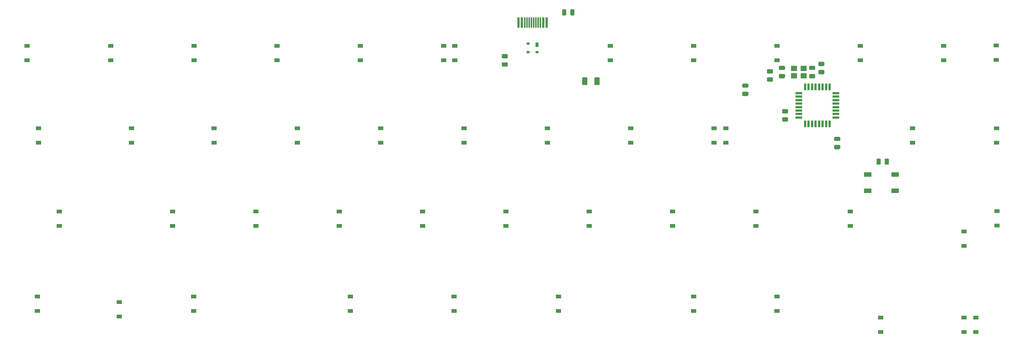
<source format=gbp>
G04 #@! TF.GenerationSoftware,KiCad,Pcbnew,5.1.7-a382d34a8~87~ubuntu20.04.1*
G04 #@! TF.CreationDate,2020-10-08T17:39:55-07:00*
G04 #@! TF.ProjectId,Program Yoink,50726f67-7261-46d2-9059-6f696e6b2e6b,rev?*
G04 #@! TF.SameCoordinates,Original*
G04 #@! TF.FileFunction,Paste,Bot*
G04 #@! TF.FilePolarity,Positive*
%FSLAX46Y46*%
G04 Gerber Fmt 4.6, Leading zero omitted, Abs format (unit mm)*
G04 Created by KiCad (PCBNEW 5.1.7-a382d34a8~87~ubuntu20.04.1) date 2020-10-08 17:39:55*
%MOMM*%
%LPD*%
G01*
G04 APERTURE LIST*
%ADD10R,0.600000X2.450000*%
%ADD11R,0.300000X2.450000*%
%ADD12R,0.700000X1.000000*%
%ADD13R,0.700000X0.600000*%
%ADD14R,1.400000X1.200000*%
%ADD15R,1.800000X1.100000*%
%ADD16R,1.600000X0.550000*%
%ADD17R,0.550000X1.600000*%
%ADD18R,1.200000X0.900000*%
G04 APERTURE END LIST*
G36*
G01*
X76433500Y224738250D02*
X76433500Y223825750D01*
G75*
G02*
X76189750Y223582000I-243750J0D01*
G01*
X75702250Y223582000D01*
G75*
G02*
X75458500Y223825750I0J243750D01*
G01*
X75458500Y224738250D01*
G75*
G02*
X75702250Y224982000I243750J0D01*
G01*
X76189750Y224982000D01*
G75*
G02*
X76433500Y224738250I0J-243750D01*
G01*
G37*
G36*
G01*
X78308500Y224738250D02*
X78308500Y223825750D01*
G75*
G02*
X78064750Y223582000I-243750J0D01*
G01*
X77577250Y223582000D01*
G75*
G02*
X77333500Y223825750I0J243750D01*
G01*
X77333500Y224738250D01*
G75*
G02*
X77577250Y224982000I243750J0D01*
G01*
X78064750Y224982000D01*
G75*
G02*
X78308500Y224738250I0J-243750D01*
G01*
G37*
D10*
X50000Y256123750D03*
X-6400000Y256123750D03*
X-725000Y256123750D03*
X-5625000Y256123750D03*
D11*
X-4925000Y256123750D03*
X-1425000Y256123750D03*
X-4425000Y256123750D03*
X-1925000Y256123750D03*
X-3925000Y256123750D03*
X-2425000Y256123750D03*
X-2925000Y256123750D03*
X-3425000Y256123750D03*
D12*
X-2159000Y251079000D03*
D13*
X-4159000Y251279000D03*
X-2159000Y249379000D03*
X-4159000Y249379000D03*
G36*
G01*
X4551500Y258901250D02*
X4551500Y257988750D01*
G75*
G02*
X4307750Y257745000I-243750J0D01*
G01*
X3820250Y257745000D01*
G75*
G02*
X3576500Y257988750I0J243750D01*
G01*
X3576500Y258901250D01*
G75*
G02*
X3820250Y259145000I243750J0D01*
G01*
X4307750Y259145000D01*
G75*
G02*
X4551500Y258901250I0J-243750D01*
G01*
G37*
G36*
G01*
X6426500Y258901250D02*
X6426500Y257988750D01*
G75*
G02*
X6182750Y257745000I-243750J0D01*
G01*
X5695250Y257745000D01*
G75*
G02*
X5451500Y257988750I0J243750D01*
G01*
X5451500Y258901250D01*
G75*
G02*
X5695250Y259145000I243750J0D01*
G01*
X6182750Y259145000D01*
G75*
G02*
X6426500Y258901250I0J-243750D01*
G01*
G37*
G36*
G01*
X-9068750Y247924500D02*
X-9981250Y247924500D01*
G75*
G02*
X-10225000Y248168250I0J243750D01*
G01*
X-10225000Y248655750D01*
G75*
G02*
X-9981250Y248899500I243750J0D01*
G01*
X-9068750Y248899500D01*
G75*
G02*
X-8825000Y248655750I0J-243750D01*
G01*
X-8825000Y248168250D01*
G75*
G02*
X-9068750Y247924500I-243750J0D01*
G01*
G37*
G36*
G01*
X-9068750Y246049500D02*
X-9981250Y246049500D01*
G75*
G02*
X-10225000Y246293250I0J243750D01*
G01*
X-10225000Y246780750D01*
G75*
G02*
X-9981250Y247024500I243750J0D01*
G01*
X-9068750Y247024500D01*
G75*
G02*
X-8825000Y246780750I0J-243750D01*
G01*
X-8825000Y246293250D01*
G75*
G02*
X-9068750Y246049500I-243750J0D01*
G01*
G37*
G36*
G01*
X9388000Y243322000D02*
X9388000Y242072000D01*
G75*
G02*
X9138000Y241822000I-250000J0D01*
G01*
X8388000Y241822000D01*
G75*
G02*
X8138000Y242072000I0J250000D01*
G01*
X8138000Y243322000D01*
G75*
G02*
X8388000Y243572000I250000J0D01*
G01*
X9138000Y243572000D01*
G75*
G02*
X9388000Y243322000I0J-250000D01*
G01*
G37*
G36*
G01*
X12188000Y243322000D02*
X12188000Y242072000D01*
G75*
G02*
X11938000Y241822000I-250000J0D01*
G01*
X11188000Y241822000D01*
G75*
G02*
X10938000Y242072000I0J250000D01*
G01*
X10938000Y243322000D01*
G75*
G02*
X11188000Y243572000I250000J0D01*
G01*
X11938000Y243572000D01*
G75*
G02*
X12188000Y243322000I0J-250000D01*
G01*
G37*
D14*
X56590658Y243956223D03*
X58790658Y243956223D03*
X58790658Y245656223D03*
X56590658Y245656223D03*
D15*
X73481000Y221306000D03*
X79681000Y217606000D03*
X73481000Y217606000D03*
X79681000Y221306000D03*
G36*
G01*
X66028250Y228101500D02*
X66940750Y228101500D01*
G75*
G02*
X67184500Y227857750I0J-243750D01*
G01*
X67184500Y227370250D01*
G75*
G02*
X66940750Y227126500I-243750J0D01*
G01*
X66028250Y227126500D01*
G75*
G02*
X65784500Y227370250I0J243750D01*
G01*
X65784500Y227857750D01*
G75*
G02*
X66028250Y228101500I243750J0D01*
G01*
G37*
G36*
G01*
X66028250Y229976500D02*
X66940750Y229976500D01*
G75*
G02*
X67184500Y229732750I0J-243750D01*
G01*
X67184500Y229245250D01*
G75*
G02*
X66940750Y229001500I-243750J0D01*
G01*
X66028250Y229001500D01*
G75*
G02*
X65784500Y229245250I0J243750D01*
G01*
X65784500Y229732750D01*
G75*
G02*
X66028250Y229976500I243750J0D01*
G01*
G37*
G36*
G01*
X45009750Y240293500D02*
X45922250Y240293500D01*
G75*
G02*
X46166000Y240049750I0J-243750D01*
G01*
X46166000Y239562250D01*
G75*
G02*
X45922250Y239318500I-243750J0D01*
G01*
X45009750Y239318500D01*
G75*
G02*
X44766000Y239562250I0J243750D01*
G01*
X44766000Y240049750D01*
G75*
G02*
X45009750Y240293500I243750J0D01*
G01*
G37*
G36*
G01*
X45009750Y242168500D02*
X45922250Y242168500D01*
G75*
G02*
X46166000Y241924750I0J-243750D01*
G01*
X46166000Y241437250D01*
G75*
G02*
X45922250Y241193500I-243750J0D01*
G01*
X45009750Y241193500D01*
G75*
G02*
X44766000Y241437250I0J243750D01*
G01*
X44766000Y241924750D01*
G75*
G02*
X45009750Y242168500I243750J0D01*
G01*
G37*
G36*
G01*
X51561050Y244465500D02*
X50648550Y244465500D01*
G75*
G02*
X50404800Y244709250I0J243750D01*
G01*
X50404800Y245196750D01*
G75*
G02*
X50648550Y245440500I243750J0D01*
G01*
X51561050Y245440500D01*
G75*
G02*
X51804800Y245196750I0J-243750D01*
G01*
X51804800Y244709250D01*
G75*
G02*
X51561050Y244465500I-243750J0D01*
G01*
G37*
G36*
G01*
X51561050Y242590500D02*
X50648550Y242590500D01*
G75*
G02*
X50404800Y242834250I0J243750D01*
G01*
X50404800Y243321750D01*
G75*
G02*
X50648550Y243565500I243750J0D01*
G01*
X51561050Y243565500D01*
G75*
G02*
X51804800Y243321750I0J-243750D01*
G01*
X51804800Y242834250D01*
G75*
G02*
X51561050Y242590500I-243750J0D01*
G01*
G37*
G36*
G01*
X63321250Y246180000D02*
X62408750Y246180000D01*
G75*
G02*
X62165000Y246423750I0J243750D01*
G01*
X62165000Y246911250D01*
G75*
G02*
X62408750Y247155000I243750J0D01*
G01*
X63321250Y247155000D01*
G75*
G02*
X63565000Y246911250I0J-243750D01*
G01*
X63565000Y246423750D01*
G75*
G02*
X63321250Y246180000I-243750J0D01*
G01*
G37*
G36*
G01*
X63321250Y244305000D02*
X62408750Y244305000D01*
G75*
G02*
X62165000Y244548750I0J243750D01*
G01*
X62165000Y245036250D01*
G75*
G02*
X62408750Y245280000I243750J0D01*
G01*
X63321250Y245280000D01*
G75*
G02*
X63565000Y245036250I0J-243750D01*
G01*
X63565000Y244548750D01*
G75*
G02*
X63321250Y244305000I-243750J0D01*
G01*
G37*
G36*
G01*
X54102950Y234426100D02*
X55015450Y234426100D01*
G75*
G02*
X55259200Y234182350I0J-243750D01*
G01*
X55259200Y233694850D01*
G75*
G02*
X55015450Y233451100I-243750J0D01*
G01*
X54102950Y233451100D01*
G75*
G02*
X53859200Y233694850I0J243750D01*
G01*
X53859200Y234182350D01*
G75*
G02*
X54102950Y234426100I243750J0D01*
G01*
G37*
G36*
G01*
X54102950Y236301100D02*
X55015450Y236301100D01*
G75*
G02*
X55259200Y236057350I0J-243750D01*
G01*
X55259200Y235569850D01*
G75*
G02*
X55015450Y235326100I-243750J0D01*
G01*
X54102950Y235326100D01*
G75*
G02*
X53859200Y235569850I0J243750D01*
G01*
X53859200Y236057350D01*
G75*
G02*
X54102950Y236301100I243750J0D01*
G01*
G37*
G36*
G01*
X61213050Y245257500D02*
X60300550Y245257500D01*
G75*
G02*
X60056800Y245501250I0J243750D01*
G01*
X60056800Y245988750D01*
G75*
G02*
X60300550Y246232500I243750J0D01*
G01*
X61213050Y246232500D01*
G75*
G02*
X61456800Y245988750I0J-243750D01*
G01*
X61456800Y245501250D01*
G75*
G02*
X61213050Y245257500I-243750J0D01*
G01*
G37*
G36*
G01*
X61213050Y243382500D02*
X60300550Y243382500D01*
G75*
G02*
X60056800Y243626250I0J243750D01*
G01*
X60056800Y244113750D01*
G75*
G02*
X60300550Y244357500I243750J0D01*
G01*
X61213050Y244357500D01*
G75*
G02*
X61456800Y244113750I0J-243750D01*
G01*
X61456800Y243626250D01*
G75*
G02*
X61213050Y243382500I-243750J0D01*
G01*
G37*
G36*
G01*
X53391750Y244357500D02*
X54304250Y244357500D01*
G75*
G02*
X54548000Y244113750I0J-243750D01*
G01*
X54548000Y243626250D01*
G75*
G02*
X54304250Y243382500I-243750J0D01*
G01*
X53391750Y243382500D01*
G75*
G02*
X53148000Y243626250I0J243750D01*
G01*
X53148000Y244113750D01*
G75*
G02*
X53391750Y244357500I243750J0D01*
G01*
G37*
G36*
G01*
X53391750Y246232500D02*
X54304250Y246232500D01*
G75*
G02*
X54548000Y245988750I0J-243750D01*
G01*
X54548000Y245501250D01*
G75*
G02*
X54304250Y245257500I-243750J0D01*
G01*
X53391750Y245257500D01*
G75*
G02*
X53148000Y245501250I0J243750D01*
G01*
X53148000Y245988750D01*
G75*
G02*
X53391750Y246232500I243750J0D01*
G01*
G37*
D16*
X57684505Y239978497D03*
X57684505Y239178497D03*
X57684505Y238378497D03*
X57684505Y237578497D03*
X57684505Y236778497D03*
X57684505Y235978497D03*
X57684505Y235178497D03*
X57684505Y234378497D03*
D17*
X59134505Y232928497D03*
X59934505Y232928497D03*
X60734505Y232928497D03*
X61534505Y232928497D03*
X62334505Y232928497D03*
X63134505Y232928497D03*
X63934505Y232928497D03*
X64734505Y232928497D03*
D16*
X66184505Y234378497D03*
X66184505Y235178497D03*
X66184505Y235978497D03*
X66184505Y236778497D03*
X66184505Y237578497D03*
X66184505Y238378497D03*
X66184505Y239178497D03*
X66184505Y239978497D03*
D17*
X64734505Y241428497D03*
X63934505Y241428497D03*
X63134505Y241428497D03*
X62334505Y241428497D03*
X61534505Y241428497D03*
X60734505Y241428497D03*
X59934505Y241428497D03*
X59134505Y241428497D03*
D18*
X76454000Y188594000D03*
X76454000Y185294000D03*
X98171000Y188595000D03*
X98171000Y185295000D03*
X95504000Y188595000D03*
X95504000Y185295000D03*
X52705000Y193420000D03*
X52705000Y190120000D03*
X33655000Y193420000D03*
X33655000Y190120000D03*
X2794000Y193420000D03*
X2794000Y190120000D03*
X-21082000Y193420000D03*
X-21082000Y190120000D03*
X-44831000Y193420000D03*
X-44831000Y190120000D03*
X-80645000Y193420000D03*
X-80645000Y190120000D03*
X-97663000Y192149000D03*
X-97663000Y188849000D03*
X-116332000Y193421000D03*
X-116332000Y190121000D03*
X102997000Y212978000D03*
X102997000Y209678000D03*
X95504000Y208279000D03*
X95504000Y204979000D03*
X69469000Y212851000D03*
X69469000Y209551000D03*
X47879000Y212851000D03*
X47879000Y209551000D03*
X28829000Y212851000D03*
X28829000Y209551000D03*
X9779000Y212851000D03*
X9779000Y209551000D03*
X-9271000Y212851000D03*
X-9271000Y209551000D03*
X-28321000Y212851000D03*
X-28321000Y209551000D03*
X-47371000Y212851000D03*
X-47371000Y209551000D03*
X-66421000Y212851000D03*
X-66421000Y209551000D03*
X-85471000Y212851000D03*
X-85471000Y209551000D03*
X-111379000Y212851000D03*
X-111379000Y209551000D03*
X102895400Y231902000D03*
X102895400Y228602000D03*
X83693000Y231901000D03*
X83693000Y228601000D03*
X41021000Y231901000D03*
X41021000Y228601000D03*
X38354000Y231901000D03*
X38354000Y228601000D03*
X19304000Y231901000D03*
X19304000Y228601000D03*
X254000Y231901000D03*
X254000Y228601000D03*
X-18796000Y231901000D03*
X-18796000Y228601000D03*
X-37846000Y231901000D03*
X-37846000Y228601000D03*
X-56896000Y231901000D03*
X-56896000Y228601000D03*
X-75946000Y231901000D03*
X-75946000Y228601000D03*
X-94869000Y231901000D03*
X-94869000Y228601000D03*
X-116078000Y231901000D03*
X-116078000Y228601000D03*
X102870000Y250850400D03*
X102870000Y247550400D03*
X90805000Y250825000D03*
X90805000Y247525000D03*
X71755000Y250824000D03*
X71755000Y247524000D03*
X52705000Y250824000D03*
X52705000Y247524000D03*
X33655000Y250824000D03*
X33655000Y247524000D03*
X14605000Y250824000D03*
X14605000Y247524000D03*
X-20955000Y250825000D03*
X-20955000Y247525000D03*
X-23495000Y250824000D03*
X-23495000Y247524000D03*
X-42545000Y250824000D03*
X-42545000Y247524000D03*
X-61595000Y250824000D03*
X-61595000Y247524000D03*
X-80518000Y250824000D03*
X-80518000Y247524000D03*
X-99568000Y250824000D03*
X-99568000Y247524000D03*
X-118745000Y250824000D03*
X-118745000Y247524000D03*
M02*

</source>
